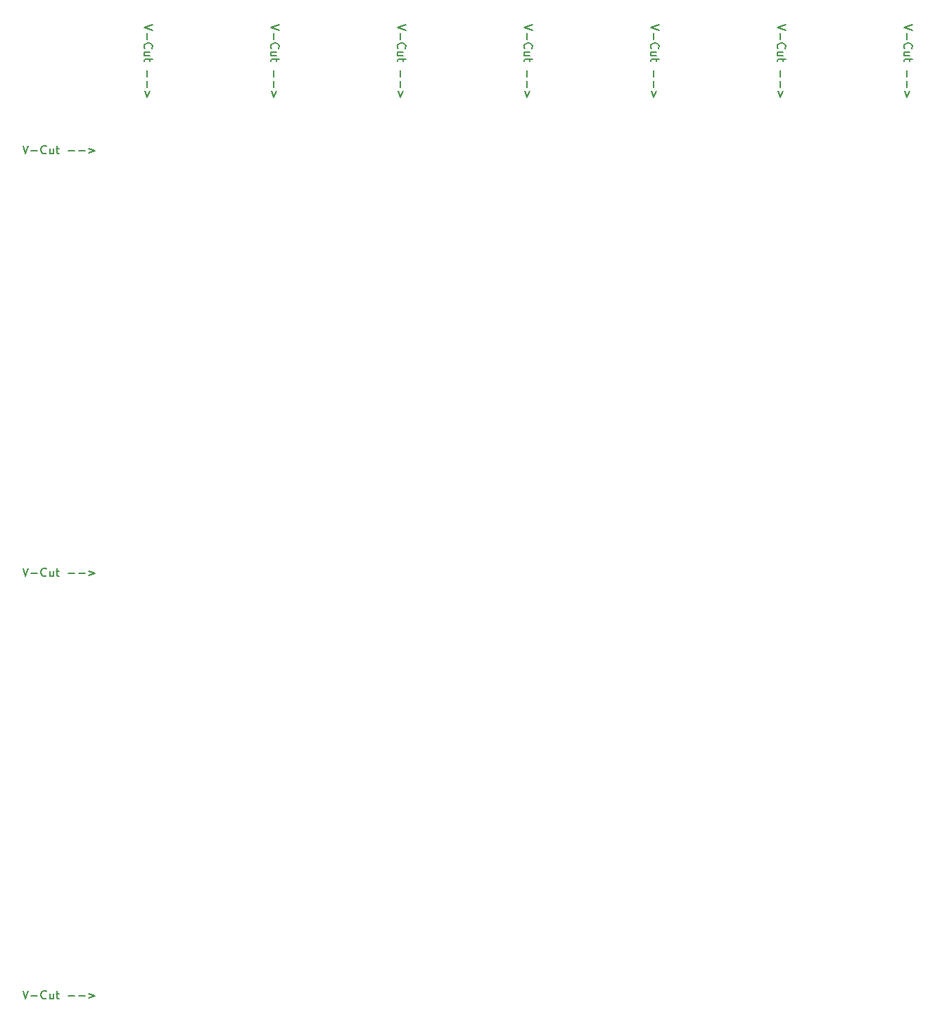
<source format=gbr>
%TF.GenerationSoftware,KiCad,Pcbnew,7.0.6*%
%TF.CreationDate,2023-08-27T21:43:50+09:00*%
%TF.ProjectId,QFN40_6x6_DIP_panelized,51464e34-305f-4367-9836-5f4449505f70,rev?*%
%TF.SameCoordinates,Original*%
%TF.FileFunction,Other,ECO2*%
%FSLAX46Y46*%
G04 Gerber Fmt 4.6, Leading zero omitted, Abs format (unit mm)*
G04 Created by KiCad (PCBNEW 7.0.6) date 2023-08-27 21:43:50*
%MOMM*%
%LPD*%
G01*
G04 APERTURE LIST*
%ADD10C,0.150000*%
G04 APERTURE END LIST*
D10*
X128815180Y-29403922D02*
X127815180Y-29737255D01*
X127815180Y-29737255D02*
X128815180Y-30070588D01*
X128196133Y-30403922D02*
X128196133Y-31165827D01*
X127910419Y-32213445D02*
X127862800Y-32165826D01*
X127862800Y-32165826D02*
X127815180Y-32022969D01*
X127815180Y-32022969D02*
X127815180Y-31927731D01*
X127815180Y-31927731D02*
X127862800Y-31784874D01*
X127862800Y-31784874D02*
X127958038Y-31689636D01*
X127958038Y-31689636D02*
X128053276Y-31642017D01*
X128053276Y-31642017D02*
X128243752Y-31594398D01*
X128243752Y-31594398D02*
X128386609Y-31594398D01*
X128386609Y-31594398D02*
X128577085Y-31642017D01*
X128577085Y-31642017D02*
X128672323Y-31689636D01*
X128672323Y-31689636D02*
X128767561Y-31784874D01*
X128767561Y-31784874D02*
X128815180Y-31927731D01*
X128815180Y-31927731D02*
X128815180Y-32022969D01*
X128815180Y-32022969D02*
X128767561Y-32165826D01*
X128767561Y-32165826D02*
X128719942Y-32213445D01*
X128481847Y-33070588D02*
X127815180Y-33070588D01*
X128481847Y-32642017D02*
X127958038Y-32642017D01*
X127958038Y-32642017D02*
X127862800Y-32689636D01*
X127862800Y-32689636D02*
X127815180Y-32784874D01*
X127815180Y-32784874D02*
X127815180Y-32927731D01*
X127815180Y-32927731D02*
X127862800Y-33022969D01*
X127862800Y-33022969D02*
X127910419Y-33070588D01*
X128481847Y-33403922D02*
X128481847Y-33784874D01*
X128815180Y-33546779D02*
X127958038Y-33546779D01*
X127958038Y-33546779D02*
X127862800Y-33594398D01*
X127862800Y-33594398D02*
X127815180Y-33689636D01*
X127815180Y-33689636D02*
X127815180Y-33784874D01*
X128196133Y-34880113D02*
X128196133Y-35642018D01*
X128196133Y-36118208D02*
X128196133Y-36880113D01*
X128481847Y-37356303D02*
X128196133Y-38118208D01*
X128196133Y-38118208D02*
X127910419Y-37356303D01*
X113575180Y-29403922D02*
X112575180Y-29737255D01*
X112575180Y-29737255D02*
X113575180Y-30070588D01*
X112956133Y-30403922D02*
X112956133Y-31165827D01*
X112670419Y-32213445D02*
X112622800Y-32165826D01*
X112622800Y-32165826D02*
X112575180Y-32022969D01*
X112575180Y-32022969D02*
X112575180Y-31927731D01*
X112575180Y-31927731D02*
X112622800Y-31784874D01*
X112622800Y-31784874D02*
X112718038Y-31689636D01*
X112718038Y-31689636D02*
X112813276Y-31642017D01*
X112813276Y-31642017D02*
X113003752Y-31594398D01*
X113003752Y-31594398D02*
X113146609Y-31594398D01*
X113146609Y-31594398D02*
X113337085Y-31642017D01*
X113337085Y-31642017D02*
X113432323Y-31689636D01*
X113432323Y-31689636D02*
X113527561Y-31784874D01*
X113527561Y-31784874D02*
X113575180Y-31927731D01*
X113575180Y-31927731D02*
X113575180Y-32022969D01*
X113575180Y-32022969D02*
X113527561Y-32165826D01*
X113527561Y-32165826D02*
X113479942Y-32213445D01*
X113241847Y-33070588D02*
X112575180Y-33070588D01*
X113241847Y-32642017D02*
X112718038Y-32642017D01*
X112718038Y-32642017D02*
X112622800Y-32689636D01*
X112622800Y-32689636D02*
X112575180Y-32784874D01*
X112575180Y-32784874D02*
X112575180Y-32927731D01*
X112575180Y-32927731D02*
X112622800Y-33022969D01*
X112622800Y-33022969D02*
X112670419Y-33070588D01*
X113241847Y-33403922D02*
X113241847Y-33784874D01*
X113575180Y-33546779D02*
X112718038Y-33546779D01*
X112718038Y-33546779D02*
X112622800Y-33594398D01*
X112622800Y-33594398D02*
X112575180Y-33689636D01*
X112575180Y-33689636D02*
X112575180Y-33784874D01*
X112956133Y-34880113D02*
X112956133Y-35642018D01*
X112956133Y-36118208D02*
X112956133Y-36880113D01*
X113241847Y-37356303D02*
X112956133Y-38118208D01*
X112956133Y-38118208D02*
X112670419Y-37356303D01*
X52615180Y-29403922D02*
X51615180Y-29737255D01*
X51615180Y-29737255D02*
X52615180Y-30070588D01*
X51996133Y-30403922D02*
X51996133Y-31165827D01*
X51710419Y-32213445D02*
X51662800Y-32165826D01*
X51662800Y-32165826D02*
X51615180Y-32022969D01*
X51615180Y-32022969D02*
X51615180Y-31927731D01*
X51615180Y-31927731D02*
X51662800Y-31784874D01*
X51662800Y-31784874D02*
X51758038Y-31689636D01*
X51758038Y-31689636D02*
X51853276Y-31642017D01*
X51853276Y-31642017D02*
X52043752Y-31594398D01*
X52043752Y-31594398D02*
X52186609Y-31594398D01*
X52186609Y-31594398D02*
X52377085Y-31642017D01*
X52377085Y-31642017D02*
X52472323Y-31689636D01*
X52472323Y-31689636D02*
X52567561Y-31784874D01*
X52567561Y-31784874D02*
X52615180Y-31927731D01*
X52615180Y-31927731D02*
X52615180Y-32022969D01*
X52615180Y-32022969D02*
X52567561Y-32165826D01*
X52567561Y-32165826D02*
X52519942Y-32213445D01*
X52281847Y-33070588D02*
X51615180Y-33070588D01*
X52281847Y-32642017D02*
X51758038Y-32642017D01*
X51758038Y-32642017D02*
X51662800Y-32689636D01*
X51662800Y-32689636D02*
X51615180Y-32784874D01*
X51615180Y-32784874D02*
X51615180Y-32927731D01*
X51615180Y-32927731D02*
X51662800Y-33022969D01*
X51662800Y-33022969D02*
X51710419Y-33070588D01*
X52281847Y-33403922D02*
X52281847Y-33784874D01*
X52615180Y-33546779D02*
X51758038Y-33546779D01*
X51758038Y-33546779D02*
X51662800Y-33594398D01*
X51662800Y-33594398D02*
X51615180Y-33689636D01*
X51615180Y-33689636D02*
X51615180Y-33784874D01*
X51996133Y-34880113D02*
X51996133Y-35642018D01*
X51996133Y-36118208D02*
X51996133Y-36880113D01*
X52281847Y-37356303D02*
X51996133Y-38118208D01*
X51996133Y-38118208D02*
X51710419Y-37356303D01*
X67855180Y-29403922D02*
X66855180Y-29737255D01*
X66855180Y-29737255D02*
X67855180Y-30070588D01*
X67236133Y-30403922D02*
X67236133Y-31165827D01*
X66950419Y-32213445D02*
X66902800Y-32165826D01*
X66902800Y-32165826D02*
X66855180Y-32022969D01*
X66855180Y-32022969D02*
X66855180Y-31927731D01*
X66855180Y-31927731D02*
X66902800Y-31784874D01*
X66902800Y-31784874D02*
X66998038Y-31689636D01*
X66998038Y-31689636D02*
X67093276Y-31642017D01*
X67093276Y-31642017D02*
X67283752Y-31594398D01*
X67283752Y-31594398D02*
X67426609Y-31594398D01*
X67426609Y-31594398D02*
X67617085Y-31642017D01*
X67617085Y-31642017D02*
X67712323Y-31689636D01*
X67712323Y-31689636D02*
X67807561Y-31784874D01*
X67807561Y-31784874D02*
X67855180Y-31927731D01*
X67855180Y-31927731D02*
X67855180Y-32022969D01*
X67855180Y-32022969D02*
X67807561Y-32165826D01*
X67807561Y-32165826D02*
X67759942Y-32213445D01*
X67521847Y-33070588D02*
X66855180Y-33070588D01*
X67521847Y-32642017D02*
X66998038Y-32642017D01*
X66998038Y-32642017D02*
X66902800Y-32689636D01*
X66902800Y-32689636D02*
X66855180Y-32784874D01*
X66855180Y-32784874D02*
X66855180Y-32927731D01*
X66855180Y-32927731D02*
X66902800Y-33022969D01*
X66902800Y-33022969D02*
X66950419Y-33070588D01*
X67521847Y-33403922D02*
X67521847Y-33784874D01*
X67855180Y-33546779D02*
X66998038Y-33546779D01*
X66998038Y-33546779D02*
X66902800Y-33594398D01*
X66902800Y-33594398D02*
X66855180Y-33689636D01*
X66855180Y-33689636D02*
X66855180Y-33784874D01*
X67236133Y-34880113D02*
X67236133Y-35642018D01*
X67236133Y-36118208D02*
X67236133Y-36880113D01*
X67521847Y-37356303D02*
X67236133Y-38118208D01*
X67236133Y-38118208D02*
X66950419Y-37356303D01*
X37023922Y-43904819D02*
X37357255Y-44904819D01*
X37357255Y-44904819D02*
X37690588Y-43904819D01*
X38023922Y-44523866D02*
X38785827Y-44523866D01*
X39833445Y-44809580D02*
X39785826Y-44857200D01*
X39785826Y-44857200D02*
X39642969Y-44904819D01*
X39642969Y-44904819D02*
X39547731Y-44904819D01*
X39547731Y-44904819D02*
X39404874Y-44857200D01*
X39404874Y-44857200D02*
X39309636Y-44761961D01*
X39309636Y-44761961D02*
X39262017Y-44666723D01*
X39262017Y-44666723D02*
X39214398Y-44476247D01*
X39214398Y-44476247D02*
X39214398Y-44333390D01*
X39214398Y-44333390D02*
X39262017Y-44142914D01*
X39262017Y-44142914D02*
X39309636Y-44047676D01*
X39309636Y-44047676D02*
X39404874Y-43952438D01*
X39404874Y-43952438D02*
X39547731Y-43904819D01*
X39547731Y-43904819D02*
X39642969Y-43904819D01*
X39642969Y-43904819D02*
X39785826Y-43952438D01*
X39785826Y-43952438D02*
X39833445Y-44000057D01*
X40690588Y-44238152D02*
X40690588Y-44904819D01*
X40262017Y-44238152D02*
X40262017Y-44761961D01*
X40262017Y-44761961D02*
X40309636Y-44857200D01*
X40309636Y-44857200D02*
X40404874Y-44904819D01*
X40404874Y-44904819D02*
X40547731Y-44904819D01*
X40547731Y-44904819D02*
X40642969Y-44857200D01*
X40642969Y-44857200D02*
X40690588Y-44809580D01*
X41023922Y-44238152D02*
X41404874Y-44238152D01*
X41166779Y-43904819D02*
X41166779Y-44761961D01*
X41166779Y-44761961D02*
X41214398Y-44857200D01*
X41214398Y-44857200D02*
X41309636Y-44904819D01*
X41309636Y-44904819D02*
X41404874Y-44904819D01*
X42500113Y-44523866D02*
X43262018Y-44523866D01*
X43738208Y-44523866D02*
X44500113Y-44523866D01*
X44976303Y-44238152D02*
X45738208Y-44523866D01*
X45738208Y-44523866D02*
X44976303Y-44809580D01*
X37023922Y-145504819D02*
X37357255Y-146504819D01*
X37357255Y-146504819D02*
X37690588Y-145504819D01*
X38023922Y-146123866D02*
X38785827Y-146123866D01*
X39833445Y-146409580D02*
X39785826Y-146457200D01*
X39785826Y-146457200D02*
X39642969Y-146504819D01*
X39642969Y-146504819D02*
X39547731Y-146504819D01*
X39547731Y-146504819D02*
X39404874Y-146457200D01*
X39404874Y-146457200D02*
X39309636Y-146361961D01*
X39309636Y-146361961D02*
X39262017Y-146266723D01*
X39262017Y-146266723D02*
X39214398Y-146076247D01*
X39214398Y-146076247D02*
X39214398Y-145933390D01*
X39214398Y-145933390D02*
X39262017Y-145742914D01*
X39262017Y-145742914D02*
X39309636Y-145647676D01*
X39309636Y-145647676D02*
X39404874Y-145552438D01*
X39404874Y-145552438D02*
X39547731Y-145504819D01*
X39547731Y-145504819D02*
X39642969Y-145504819D01*
X39642969Y-145504819D02*
X39785826Y-145552438D01*
X39785826Y-145552438D02*
X39833445Y-145600057D01*
X40690588Y-145838152D02*
X40690588Y-146504819D01*
X40262017Y-145838152D02*
X40262017Y-146361961D01*
X40262017Y-146361961D02*
X40309636Y-146457200D01*
X40309636Y-146457200D02*
X40404874Y-146504819D01*
X40404874Y-146504819D02*
X40547731Y-146504819D01*
X40547731Y-146504819D02*
X40642969Y-146457200D01*
X40642969Y-146457200D02*
X40690588Y-146409580D01*
X41023922Y-145838152D02*
X41404874Y-145838152D01*
X41166779Y-145504819D02*
X41166779Y-146361961D01*
X41166779Y-146361961D02*
X41214398Y-146457200D01*
X41214398Y-146457200D02*
X41309636Y-146504819D01*
X41309636Y-146504819D02*
X41404874Y-146504819D01*
X42500113Y-146123866D02*
X43262018Y-146123866D01*
X43738208Y-146123866D02*
X44500113Y-146123866D01*
X44976303Y-145838152D02*
X45738208Y-146123866D01*
X45738208Y-146123866D02*
X44976303Y-146409580D01*
X144055180Y-29403922D02*
X143055180Y-29737255D01*
X143055180Y-29737255D02*
X144055180Y-30070588D01*
X143436133Y-30403922D02*
X143436133Y-31165827D01*
X143150419Y-32213445D02*
X143102800Y-32165826D01*
X143102800Y-32165826D02*
X143055180Y-32022969D01*
X143055180Y-32022969D02*
X143055180Y-31927731D01*
X143055180Y-31927731D02*
X143102800Y-31784874D01*
X143102800Y-31784874D02*
X143198038Y-31689636D01*
X143198038Y-31689636D02*
X143293276Y-31642017D01*
X143293276Y-31642017D02*
X143483752Y-31594398D01*
X143483752Y-31594398D02*
X143626609Y-31594398D01*
X143626609Y-31594398D02*
X143817085Y-31642017D01*
X143817085Y-31642017D02*
X143912323Y-31689636D01*
X143912323Y-31689636D02*
X144007561Y-31784874D01*
X144007561Y-31784874D02*
X144055180Y-31927731D01*
X144055180Y-31927731D02*
X144055180Y-32022969D01*
X144055180Y-32022969D02*
X144007561Y-32165826D01*
X144007561Y-32165826D02*
X143959942Y-32213445D01*
X143721847Y-33070588D02*
X143055180Y-33070588D01*
X143721847Y-32642017D02*
X143198038Y-32642017D01*
X143198038Y-32642017D02*
X143102800Y-32689636D01*
X143102800Y-32689636D02*
X143055180Y-32784874D01*
X143055180Y-32784874D02*
X143055180Y-32927731D01*
X143055180Y-32927731D02*
X143102800Y-33022969D01*
X143102800Y-33022969D02*
X143150419Y-33070588D01*
X143721847Y-33403922D02*
X143721847Y-33784874D01*
X144055180Y-33546779D02*
X143198038Y-33546779D01*
X143198038Y-33546779D02*
X143102800Y-33594398D01*
X143102800Y-33594398D02*
X143055180Y-33689636D01*
X143055180Y-33689636D02*
X143055180Y-33784874D01*
X143436133Y-34880113D02*
X143436133Y-35642018D01*
X143436133Y-36118208D02*
X143436133Y-36880113D01*
X143721847Y-37356303D02*
X143436133Y-38118208D01*
X143436133Y-38118208D02*
X143150419Y-37356303D01*
X37023922Y-94704819D02*
X37357255Y-95704819D01*
X37357255Y-95704819D02*
X37690588Y-94704819D01*
X38023922Y-95323866D02*
X38785827Y-95323866D01*
X39833445Y-95609580D02*
X39785826Y-95657200D01*
X39785826Y-95657200D02*
X39642969Y-95704819D01*
X39642969Y-95704819D02*
X39547731Y-95704819D01*
X39547731Y-95704819D02*
X39404874Y-95657200D01*
X39404874Y-95657200D02*
X39309636Y-95561961D01*
X39309636Y-95561961D02*
X39262017Y-95466723D01*
X39262017Y-95466723D02*
X39214398Y-95276247D01*
X39214398Y-95276247D02*
X39214398Y-95133390D01*
X39214398Y-95133390D02*
X39262017Y-94942914D01*
X39262017Y-94942914D02*
X39309636Y-94847676D01*
X39309636Y-94847676D02*
X39404874Y-94752438D01*
X39404874Y-94752438D02*
X39547731Y-94704819D01*
X39547731Y-94704819D02*
X39642969Y-94704819D01*
X39642969Y-94704819D02*
X39785826Y-94752438D01*
X39785826Y-94752438D02*
X39833445Y-94800057D01*
X40690588Y-95038152D02*
X40690588Y-95704819D01*
X40262017Y-95038152D02*
X40262017Y-95561961D01*
X40262017Y-95561961D02*
X40309636Y-95657200D01*
X40309636Y-95657200D02*
X40404874Y-95704819D01*
X40404874Y-95704819D02*
X40547731Y-95704819D01*
X40547731Y-95704819D02*
X40642969Y-95657200D01*
X40642969Y-95657200D02*
X40690588Y-95609580D01*
X41023922Y-95038152D02*
X41404874Y-95038152D01*
X41166779Y-94704819D02*
X41166779Y-95561961D01*
X41166779Y-95561961D02*
X41214398Y-95657200D01*
X41214398Y-95657200D02*
X41309636Y-95704819D01*
X41309636Y-95704819D02*
X41404874Y-95704819D01*
X42500113Y-95323866D02*
X43262018Y-95323866D01*
X43738208Y-95323866D02*
X44500113Y-95323866D01*
X44976303Y-95038152D02*
X45738208Y-95323866D01*
X45738208Y-95323866D02*
X44976303Y-95609580D01*
X83095180Y-29403922D02*
X82095180Y-29737255D01*
X82095180Y-29737255D02*
X83095180Y-30070588D01*
X82476133Y-30403922D02*
X82476133Y-31165827D01*
X82190419Y-32213445D02*
X82142800Y-32165826D01*
X82142800Y-32165826D02*
X82095180Y-32022969D01*
X82095180Y-32022969D02*
X82095180Y-31927731D01*
X82095180Y-31927731D02*
X82142800Y-31784874D01*
X82142800Y-31784874D02*
X82238038Y-31689636D01*
X82238038Y-31689636D02*
X82333276Y-31642017D01*
X82333276Y-31642017D02*
X82523752Y-31594398D01*
X82523752Y-31594398D02*
X82666609Y-31594398D01*
X82666609Y-31594398D02*
X82857085Y-31642017D01*
X82857085Y-31642017D02*
X82952323Y-31689636D01*
X82952323Y-31689636D02*
X83047561Y-31784874D01*
X83047561Y-31784874D02*
X83095180Y-31927731D01*
X83095180Y-31927731D02*
X83095180Y-32022969D01*
X83095180Y-32022969D02*
X83047561Y-32165826D01*
X83047561Y-32165826D02*
X82999942Y-32213445D01*
X82761847Y-33070588D02*
X82095180Y-33070588D01*
X82761847Y-32642017D02*
X82238038Y-32642017D01*
X82238038Y-32642017D02*
X82142800Y-32689636D01*
X82142800Y-32689636D02*
X82095180Y-32784874D01*
X82095180Y-32784874D02*
X82095180Y-32927731D01*
X82095180Y-32927731D02*
X82142800Y-33022969D01*
X82142800Y-33022969D02*
X82190419Y-33070588D01*
X82761847Y-33403922D02*
X82761847Y-33784874D01*
X83095180Y-33546779D02*
X82238038Y-33546779D01*
X82238038Y-33546779D02*
X82142800Y-33594398D01*
X82142800Y-33594398D02*
X82095180Y-33689636D01*
X82095180Y-33689636D02*
X82095180Y-33784874D01*
X82476133Y-34880113D02*
X82476133Y-35642018D01*
X82476133Y-36118208D02*
X82476133Y-36880113D01*
X82761847Y-37356303D02*
X82476133Y-38118208D01*
X82476133Y-38118208D02*
X82190419Y-37356303D01*
X98335180Y-29403922D02*
X97335180Y-29737255D01*
X97335180Y-29737255D02*
X98335180Y-30070588D01*
X97716133Y-30403922D02*
X97716133Y-31165827D01*
X97430419Y-32213445D02*
X97382800Y-32165826D01*
X97382800Y-32165826D02*
X97335180Y-32022969D01*
X97335180Y-32022969D02*
X97335180Y-31927731D01*
X97335180Y-31927731D02*
X97382800Y-31784874D01*
X97382800Y-31784874D02*
X97478038Y-31689636D01*
X97478038Y-31689636D02*
X97573276Y-31642017D01*
X97573276Y-31642017D02*
X97763752Y-31594398D01*
X97763752Y-31594398D02*
X97906609Y-31594398D01*
X97906609Y-31594398D02*
X98097085Y-31642017D01*
X98097085Y-31642017D02*
X98192323Y-31689636D01*
X98192323Y-31689636D02*
X98287561Y-31784874D01*
X98287561Y-31784874D02*
X98335180Y-31927731D01*
X98335180Y-31927731D02*
X98335180Y-32022969D01*
X98335180Y-32022969D02*
X98287561Y-32165826D01*
X98287561Y-32165826D02*
X98239942Y-32213445D01*
X98001847Y-33070588D02*
X97335180Y-33070588D01*
X98001847Y-32642017D02*
X97478038Y-32642017D01*
X97478038Y-32642017D02*
X97382800Y-32689636D01*
X97382800Y-32689636D02*
X97335180Y-32784874D01*
X97335180Y-32784874D02*
X97335180Y-32927731D01*
X97335180Y-32927731D02*
X97382800Y-33022969D01*
X97382800Y-33022969D02*
X97430419Y-33070588D01*
X98001847Y-33403922D02*
X98001847Y-33784874D01*
X98335180Y-33546779D02*
X97478038Y-33546779D01*
X97478038Y-33546779D02*
X97382800Y-33594398D01*
X97382800Y-33594398D02*
X97335180Y-33689636D01*
X97335180Y-33689636D02*
X97335180Y-33784874D01*
X97716133Y-34880113D02*
X97716133Y-35642018D01*
X97716133Y-36118208D02*
X97716133Y-36880113D01*
X98001847Y-37356303D02*
X97716133Y-38118208D01*
X97716133Y-38118208D02*
X97430419Y-37356303D01*
M02*

</source>
